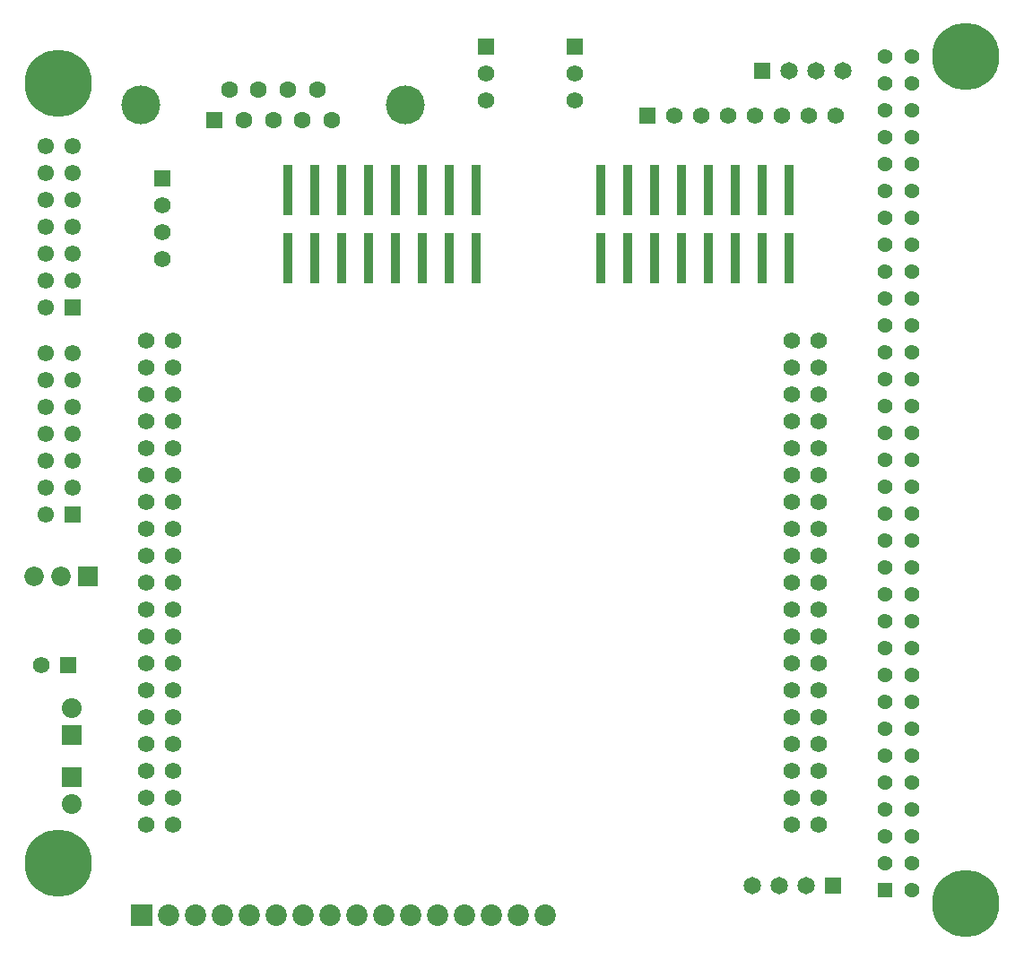
<source format=gbr>
%TF.GenerationSoftware,Altium Limited,Altium Designer,23.1.1 (15)*%
G04 Layer_Color=255*
%FSLAX45Y45*%
%MOMM*%
%TF.SameCoordinates,94CA0F20-7CEF-4758-9589-D945348769B5*%
%TF.FilePolarity,Positive*%
%TF.FileFunction,Pads,Top*%
%TF.Part,Single*%
G01*
G75*
%TA.AperFunction,SMDPad,CuDef*%
%ADD10R,0.89000X4.80000*%
%TA.AperFunction,ComponentPad*%
%ADD17R,1.57500X1.57500*%
%ADD18C,1.57500*%
%ADD19C,1.60000*%
%ADD20R,1.60000X1.60000*%
%ADD21C,3.68000*%
%ADD22R,1.55000X1.55000*%
%ADD23C,1.55000*%
%ADD24R,2.02500X2.02500*%
%ADD25C,2.02500*%
%ADD26C,1.65000*%
%ADD27R,1.65000X1.65000*%
%ADD28R,1.57500X1.57500*%
%ADD29R,1.84000X1.84000*%
%ADD30C,1.84000*%
%ADD31R,1.57000X1.57000*%
%ADD32C,1.57000*%
%ADD33C,1.42500*%
%ADD34R,1.42500X1.42500*%
%ADD35R,1.87500X1.87500*%
%ADD36C,1.87500*%
%ADD37R,1.57000X1.57000*%
%TA.AperFunction,WasherPad*%
%ADD38C,6.35000*%
D10*
X-2180000Y7250000D02*
D03*
Y6600000D02*
D03*
X-2434000Y7250000D02*
D03*
Y6600000D02*
D03*
X-2688000Y7250000D02*
D03*
Y6600000D02*
D03*
X-2942000Y7250000D02*
D03*
Y6600000D02*
D03*
X-3196000Y7250000D02*
D03*
Y6600000D02*
D03*
X-3450000Y7250000D02*
D03*
Y6600000D02*
D03*
X-3704000Y7250000D02*
D03*
Y6600000D02*
D03*
X-3958000Y7250000D02*
D03*
Y6600000D02*
D03*
X-5138000Y7250000D02*
D03*
Y6600000D02*
D03*
X-5392000Y7250000D02*
D03*
Y6600000D02*
D03*
X-5646000Y7250000D02*
D03*
Y6600000D02*
D03*
X-5900000Y7250000D02*
D03*
Y6600000D02*
D03*
X-6154000Y7250000D02*
D03*
Y6600000D02*
D03*
X-6408000Y7250000D02*
D03*
Y6600000D02*
D03*
X-6662000Y7250000D02*
D03*
Y6600000D02*
D03*
X-6916000Y7250000D02*
D03*
Y6600000D02*
D03*
D17*
X-8100000Y7354000D02*
D03*
D18*
Y7100000D02*
D03*
Y6846000D02*
D03*
Y6592000D02*
D03*
X-9236711Y2763476D02*
D03*
D19*
X-7465500Y8192000D02*
D03*
X-7188500D02*
D03*
X-6911500D02*
D03*
X-6634500D02*
D03*
X-7327000Y7908000D02*
D03*
X-7050000D02*
D03*
X-6773000D02*
D03*
X-6496000D02*
D03*
D20*
X-7604000D02*
D03*
D21*
X-5800000Y8050000D02*
D03*
X-8300000D02*
D03*
D22*
X-8946000Y6138000D02*
D03*
Y4184000D02*
D03*
D23*
Y6392000D02*
D03*
Y6646000D02*
D03*
Y6900000D02*
D03*
Y7154000D02*
D03*
Y7408000D02*
D03*
Y7662000D02*
D03*
X-9200000Y6138000D02*
D03*
Y6392000D02*
D03*
Y6646000D02*
D03*
Y6900000D02*
D03*
Y7154000D02*
D03*
Y7408000D02*
D03*
Y7662000D02*
D03*
X-8946000Y4438000D02*
D03*
Y4692000D02*
D03*
Y4946000D02*
D03*
Y5200000D02*
D03*
Y5454000D02*
D03*
Y5708000D02*
D03*
X-9200000Y4184000D02*
D03*
Y4438000D02*
D03*
Y4692000D02*
D03*
Y4946000D02*
D03*
Y5200000D02*
D03*
Y5454000D02*
D03*
Y5708000D02*
D03*
D24*
X-8290000Y400000D02*
D03*
D25*
X-8036000D02*
D03*
X-7782000D02*
D03*
X-7528000D02*
D03*
X-7274000D02*
D03*
X-7020000D02*
D03*
X-6766000D02*
D03*
X-6512000D02*
D03*
X-6258000D02*
D03*
X-6004000D02*
D03*
X-5750000D02*
D03*
X-5496000D02*
D03*
X-5242000D02*
D03*
X-4988000D02*
D03*
X-4734000D02*
D03*
X-4480000D02*
D03*
D26*
X-1669000Y8373000D02*
D03*
X-1923000D02*
D03*
X-2177000D02*
D03*
X-2023000Y677000D02*
D03*
X-2277000D02*
D03*
X-2531000D02*
D03*
D27*
X-2431000Y8373000D02*
D03*
X-1769000Y677000D02*
D03*
D28*
X-8982711Y2763476D02*
D03*
D29*
X-8800000Y3600000D02*
D03*
D30*
X-9054000D02*
D03*
X-9308000D02*
D03*
D31*
X-4200000Y8604000D02*
D03*
X-5042500D02*
D03*
D32*
X-4200000Y8350000D02*
D03*
Y8096000D02*
D03*
X-5042500Y8350000D02*
D03*
Y8096000D02*
D03*
X-1900000Y1250000D02*
D03*
X-2154000D02*
D03*
X-1900000Y1504000D02*
D03*
X-2154000D02*
D03*
X-1900000Y1758000D02*
D03*
X-2154000D02*
D03*
X-1900000Y2012000D02*
D03*
X-2154000D02*
D03*
X-1900000Y2266000D02*
D03*
X-2154000D02*
D03*
X-1900000Y2520000D02*
D03*
X-2154000D02*
D03*
X-1900000Y2774000D02*
D03*
X-2154000D02*
D03*
X-1900000Y3028000D02*
D03*
X-2154000D02*
D03*
X-1900000Y3282000D02*
D03*
X-2154000D02*
D03*
X-1900000Y3536000D02*
D03*
X-2154000D02*
D03*
X-1900000Y3790000D02*
D03*
X-2154000D02*
D03*
X-1900000Y4044000D02*
D03*
X-2154000D02*
D03*
X-1900000Y4298000D02*
D03*
X-2154000D02*
D03*
X-1900000Y4552000D02*
D03*
X-2154000D02*
D03*
X-1900000Y4806000D02*
D03*
X-2154000D02*
D03*
X-1900000Y5060000D02*
D03*
X-2154000D02*
D03*
X-1900000Y5314000D02*
D03*
X-2154000D02*
D03*
X-1900000Y5568000D02*
D03*
X-2154000D02*
D03*
X-1900000Y5822000D02*
D03*
X-2154000D02*
D03*
X-7996000Y1250000D02*
D03*
X-8250000D02*
D03*
X-7996000Y1504000D02*
D03*
X-8250000D02*
D03*
X-7996000Y1758000D02*
D03*
X-8250000D02*
D03*
X-7996000Y2012000D02*
D03*
X-8250000D02*
D03*
X-7996000Y2266000D02*
D03*
X-8250000D02*
D03*
X-7996000Y2520000D02*
D03*
X-8250000D02*
D03*
X-7996000Y2774000D02*
D03*
X-8250000D02*
D03*
X-7996000Y3028000D02*
D03*
X-8250000D02*
D03*
X-7996000Y3282000D02*
D03*
X-8250000D02*
D03*
X-7996000Y3536000D02*
D03*
X-8250000D02*
D03*
X-7996000Y3790000D02*
D03*
X-8250000D02*
D03*
X-7996000Y4044000D02*
D03*
X-8250000D02*
D03*
X-7996000Y4298000D02*
D03*
X-8250000D02*
D03*
X-7996000Y4552000D02*
D03*
X-8250000D02*
D03*
X-7996000Y4806000D02*
D03*
X-8250000D02*
D03*
X-7996000Y5060000D02*
D03*
X-8250000D02*
D03*
X-7996000Y5314000D02*
D03*
X-8250000D02*
D03*
X-7996000Y5568000D02*
D03*
X-8250000D02*
D03*
X-7996000Y5822000D02*
D03*
X-8250000D02*
D03*
X-1738000Y7950000D02*
D03*
X-1992000D02*
D03*
X-2246000D02*
D03*
X-2500000D02*
D03*
X-2754000D02*
D03*
X-3008000D02*
D03*
X-3262000D02*
D03*
D33*
X-1016000Y8509000D02*
D03*
Y8255000D02*
D03*
Y8001000D02*
D03*
Y7747000D02*
D03*
Y7493000D02*
D03*
Y7239000D02*
D03*
Y6985000D02*
D03*
Y6731000D02*
D03*
Y6477000D02*
D03*
Y6223000D02*
D03*
Y5969000D02*
D03*
Y5715000D02*
D03*
Y5461000D02*
D03*
Y5207000D02*
D03*
Y4953000D02*
D03*
Y4699000D02*
D03*
Y4445000D02*
D03*
Y4191000D02*
D03*
Y3937000D02*
D03*
Y3683000D02*
D03*
Y3429000D02*
D03*
Y3175000D02*
D03*
Y2921000D02*
D03*
Y2667000D02*
D03*
Y2413000D02*
D03*
Y2159000D02*
D03*
Y1905000D02*
D03*
Y1651000D02*
D03*
Y1397000D02*
D03*
Y1143000D02*
D03*
Y889000D02*
D03*
Y635000D02*
D03*
X-1270000Y8509000D02*
D03*
Y8255000D02*
D03*
Y8001000D02*
D03*
Y7747000D02*
D03*
Y7493000D02*
D03*
Y7239000D02*
D03*
Y6985000D02*
D03*
Y6731000D02*
D03*
Y6477000D02*
D03*
Y6223000D02*
D03*
Y5969000D02*
D03*
Y5715000D02*
D03*
Y5461000D02*
D03*
Y5207000D02*
D03*
Y4953000D02*
D03*
Y4699000D02*
D03*
Y4445000D02*
D03*
Y4191000D02*
D03*
Y3937000D02*
D03*
Y3683000D02*
D03*
Y3429000D02*
D03*
Y3175000D02*
D03*
Y2921000D02*
D03*
Y2667000D02*
D03*
Y2413000D02*
D03*
Y2159000D02*
D03*
Y1905000D02*
D03*
Y1651000D02*
D03*
Y1397000D02*
D03*
Y1143000D02*
D03*
Y889000D02*
D03*
D34*
Y635000D02*
D03*
D35*
X-8950000Y1704000D02*
D03*
Y2100000D02*
D03*
D36*
Y1450000D02*
D03*
Y2354000D02*
D03*
D37*
X-3516000Y7950000D02*
D03*
D38*
X-508000Y8509000D02*
D03*
Y508000D02*
D03*
X-9081000Y889000D02*
D03*
Y8255000D02*
D03*
%TF.MD5,20a94c8b39c64de7912d6e0eebe846e7*%
M02*

</source>
